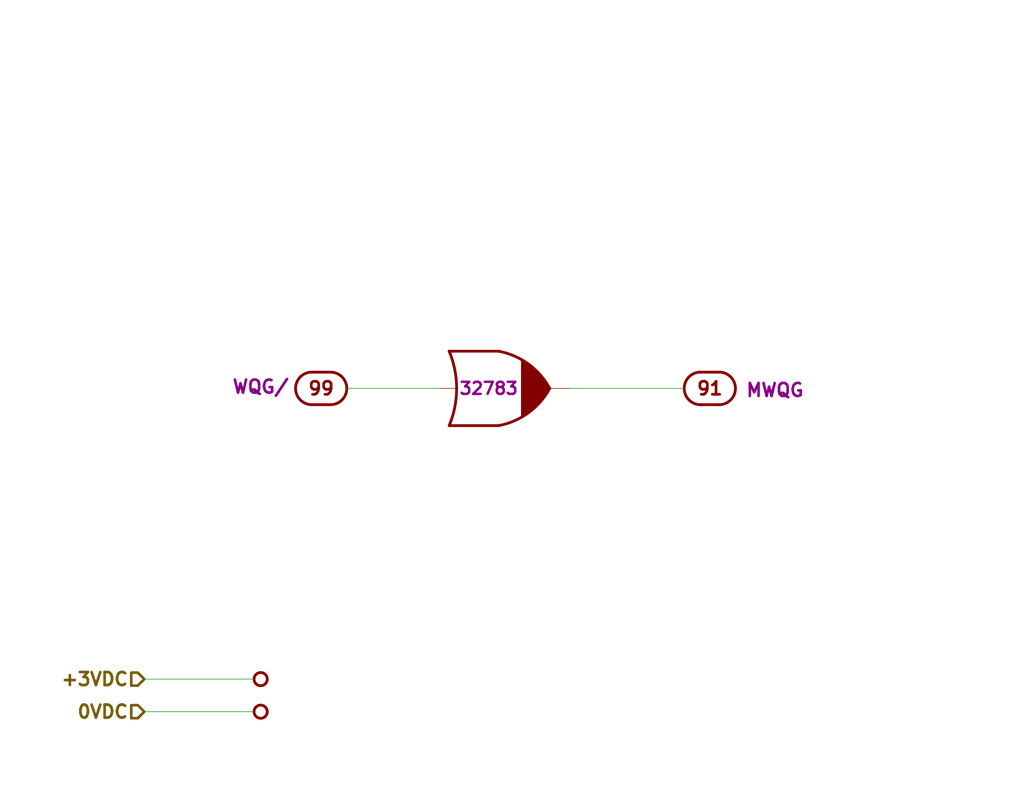
<source format=kicad_sch>
(kicad_sch (version 20211123) (generator eeschema)
  (paper "USLetter")
  (title_block (title "BLOCK I LOGIC FLOW B, MODULE A18, DRAWING 1006542") (date "2018-11-24") (rev "Draft") (comment 1 "Modules A18"))
  (wire (pts (xy 155.575 106.045) (xy 186.69 106.045)))
  (wire (pts (xy 39.37 185.42) (xy 69.215 185.42)))
  (wire (pts (xy 120.015 106.045) (xy 94.615 106.045)))
  (wire (pts (xy 39.37 194.31) (xy 69.215 194.31)))
  (hierarchical_label "+3VDC" (shape input) (at 39.37 185.42 180) (effects (font (size 3.556 3.556) (thickness 0.7112) bold)))
  (hierarchical_label "0VDC" (shape input) (at 39.37 194.31 180) (effects (font (size 3.556 3.556) (thickness 0.7112) bold)))
  (symbol (lib_id "D3NOR-NC-0VDC-expander-nd1021041:D3NOR-NC-0VDC-expander-nd1021041-_3_-___") (at 135.255 106.045 0) (mirror x) (unit 1)
    (property "Reference" "U801" (effects hide))
    (property "Value" "D3NOR-NC-0VDC-expander-nd1021041-_3_-___" (effects hide))
    (property "Location" "32783" (at 133.35 106.045 0) (effects (font (size 3.302 3.302) bold)))
  )
  (symbol (lib_id "AGC_DSKY:ConnectorGeneric") (at 193.675 106.045 180) (unit 91)
    (property "Reference" "J1" (effects hide))
    (property "Value" "ConnectorGeneric" (effects hide))
    (property "Caption" "MWQG" (at 211.455 104.14 0) (effects (font (size 3.556 3.556) bold) (justify bottom)))
  )
  (symbol (lib_id "AGC_DSKY:ConnectorGeneric") (at 87.63 106.045 0) (unit 99)
    (property "Reference" "J1" (effects hide))
    (property "Value" "ConnectorGeneric" (effects hide))
    (property "Caption" "WQG/" (at 71.12 107.95 0) (effects (font (size 3.556 3.556) bold) (justify bottom)))
  )
  (symbol (lib_id "AGC_DSKY:Node2") (at 71.12 185.42 180)
    (property "Reference" "N801" (effects hide))
    (property "Value" "Node2" (effects hide))
    (property "Caption" "+3VDC" (effects hide))
  )
  (symbol (lib_id "AGC_DSKY:Node2") (at 71.12 194.31 180)
    (property "Reference" "N802" (effects hide))
    (property "Value" "Node2" (effects hide))
    (property "Caption" "0VDC" (effects hide))
  )
)
</source>
